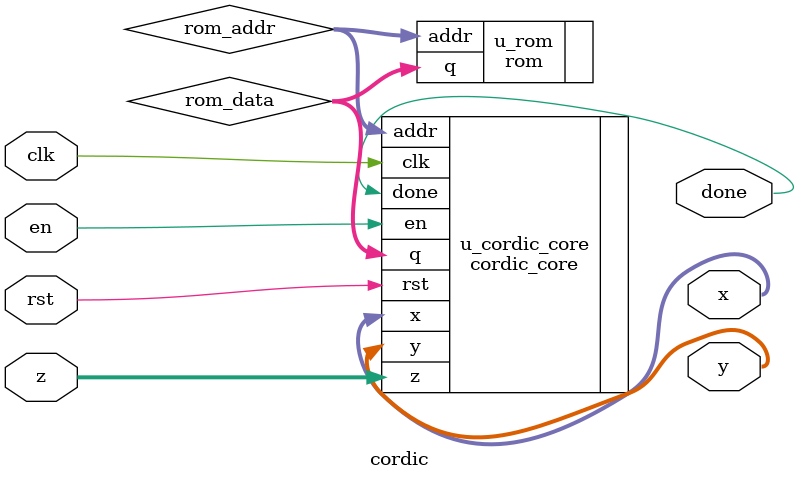
<source format=v>
`timescale 1ns/100ps
module cordic #(parameter DATA_WIDTH = 16 , ADDR_WIDTH = 4)
(
	input  clk,rst,en,
	output done,
	input  signed [DATA_WIDTH-1:0] z,
	output signed [DATA_WIDTH-1:0] x,y
);

	wire [ADDR_WIDTH-1:0] rom_addr;
	wire [DATA_WIDTH-1:0] rom_data;

	cordic_core #(.DATA_WIDTH(DATA_WIDTH),.ADDR_WIDTH(ADDR_WIDTH)) u_cordic_core
	(
		.clk(clk),
		.rst(rst),
		.en(en),
		.done(done), 
		.z(z),
		.addr(rom_addr),
		.q(rom_data),
		.x(x),
		.y(y)
	);

	rom #(.DATA_WIDTH(DATA_WIDTH),.ADDR_WIDTH(ADDR_WIDTH)) u_rom
	(
		.addr(rom_addr),
		.q(rom_data)
	);

endmodule

</source>
